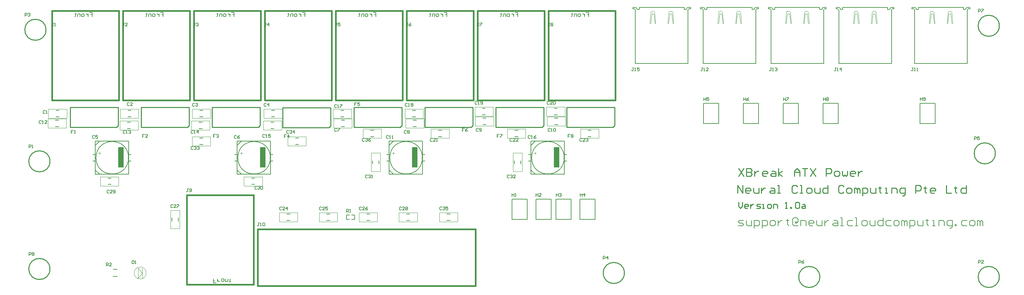
<source format=gto>
G04 Layer_Color=65535*
%FSLAX44Y44*%
%MOMM*%
G71*
G01*
G75*
%ADD33C,0.1270*%
%ADD34C,0.1016*%
%ADD35C,0.2540*%
%ADD36C,0.2000*%
%ADD37C,0.0508*%
%ADD38C,0.4000*%
%ADD39C,0.1270*%
%ADD40C,0.2032*%
%ADD41C,0.2500*%
%ADD42C,0.1280*%
%ADD43R,1.4500X5.0750*%
D33*
X1926665Y1266250D02*
G03*
X1921400Y1260985I0J-5265D01*
G01*
X1927981Y1262301D02*
G03*
X1926007Y1260327I0J-1974D01*
G01*
X1793993D02*
G03*
X1792019Y1262301I-1974J0D01*
G01*
X1798600Y1260985D02*
G03*
X1793335Y1266250I-5265J0D01*
G01*
X2436665D02*
G03*
X2431400Y1260985I0J-5265D01*
G01*
X2437981Y1262301D02*
G03*
X2436007Y1260327I0J-1974D01*
G01*
X2303993D02*
G03*
X2302019Y1262301I-1974J0D01*
G01*
X2308600Y1260985D02*
G03*
X2303335Y1266250I-5265J0D01*
G01*
X2266665D02*
G03*
X2261400Y1260985I0J-5265D01*
G01*
X2267981Y1262301D02*
G03*
X2266007Y1260327I0J-1974D01*
G01*
X2133993D02*
G03*
X2132019Y1262301I-1974J0D01*
G01*
X2138600Y1260985D02*
G03*
X2133335Y1266250I-5265J0D01*
G01*
X2096665D02*
G03*
X2091400Y1260985I0J-5265D01*
G01*
X2097981Y1262301D02*
G03*
X2096007Y1260327I0J-1974D01*
G01*
X1963993D02*
G03*
X1962019Y1262301I-1974J0D01*
G01*
X1968600Y1260985D02*
G03*
X1963335Y1266250I-5265J0D01*
G01*
X2626665D02*
G03*
X2621400Y1260985I0J-5265D01*
G01*
X2627981Y1262301D02*
G03*
X2626007Y1260327I0J-1974D01*
G01*
X2493993D02*
G03*
X2492019Y1262301I-1974J0D01*
G01*
X2498600Y1260985D02*
G03*
X2493335Y1266250I-5265J0D01*
G01*
X1615551Y889000D02*
G03*
X1615550Y889250I-40751J0D01*
G01*
X1615551Y889000D02*
G03*
X1615551Y889000I-40751J0D01*
G01*
X1259951D02*
G03*
X1259950Y889250I-40751J0D01*
G01*
X1259951Y889000D02*
G03*
X1259951Y889000I-40751J0D01*
G01*
X878951D02*
G03*
X878950Y889250I-40751J0D01*
G01*
X878951Y889000D02*
G03*
X878951Y889000I-40751J0D01*
G01*
X523351D02*
G03*
X523350Y889250I-40751J0D01*
G01*
X523351Y889000D02*
G03*
X523351Y889000I-40751J0D01*
G01*
X1926665Y1266250D02*
X1932500D01*
X1916400Y1260984D02*
X1921400D01*
X1916400D02*
Y1266300D01*
X1927981Y1262300D02*
X1932500D01*
Y1266250D01*
X1925999Y1125300D02*
Y1260327D01*
X1793999Y1125300D02*
Y1260327D01*
X1787500Y1262300D02*
Y1266250D01*
Y1262300D02*
X1792019D01*
X1803600Y1260984D02*
Y1266300D01*
X1798600Y1260984D02*
X1803600D01*
X1787500Y1266250D02*
X1793335D01*
X1803600Y1266300D02*
X1916400D01*
X1793999Y1125300D02*
X1925999D01*
X2436665Y1266250D02*
X2442500D01*
X2426400Y1260984D02*
X2431400D01*
X2426400D02*
Y1266300D01*
X2437981Y1262300D02*
X2442500D01*
Y1266250D01*
X2435999Y1125300D02*
Y1260327D01*
X2303999Y1125300D02*
Y1260327D01*
X2297500Y1262300D02*
Y1266250D01*
Y1262300D02*
X2302019D01*
X2313600Y1260984D02*
Y1266300D01*
X2308600Y1260984D02*
X2313600D01*
X2297500Y1266250D02*
X2303335D01*
X2313600Y1266300D02*
X2426400D01*
X2303999Y1125300D02*
X2435999D01*
X2266665Y1266250D02*
X2272500D01*
X2256400Y1260984D02*
X2261400D01*
X2256400D02*
Y1266300D01*
X2267981Y1262300D02*
X2272500D01*
Y1266250D01*
X2265999Y1125300D02*
Y1260327D01*
X2133999Y1125300D02*
Y1260327D01*
X2127500Y1262300D02*
Y1266250D01*
Y1262300D02*
X2132019D01*
X2143600Y1260984D02*
Y1266300D01*
X2138600Y1260984D02*
X2143600D01*
X2127500Y1266250D02*
X2133335D01*
X2143600Y1266300D02*
X2256400D01*
X2133999Y1125300D02*
X2265999D01*
X2096665Y1266250D02*
X2102500D01*
X2086400Y1260984D02*
X2091400D01*
X2086400D02*
Y1266300D01*
X2097981Y1262300D02*
X2102500D01*
Y1266250D01*
X2095999Y1125300D02*
Y1260327D01*
X1963999Y1125300D02*
Y1260327D01*
X1957500Y1262300D02*
Y1266250D01*
Y1262300D02*
X1962019D01*
X1973600Y1260984D02*
Y1266300D01*
X1968600Y1260984D02*
X1973600D01*
X1957500Y1266250D02*
X1963335D01*
X1973600Y1266300D02*
X2086400D01*
X1963999Y1125300D02*
X2095999D01*
X2626665Y1266250D02*
X2632500D01*
X2616400Y1260984D02*
X2621400D01*
X2616400D02*
Y1266300D01*
X2627981Y1262300D02*
X2632500D01*
Y1266250D01*
X2625999Y1125300D02*
Y1260327D01*
X2493999Y1125300D02*
Y1260327D01*
X2487500Y1262300D02*
Y1266250D01*
Y1262300D02*
X2492019D01*
X2503600Y1260984D02*
Y1266300D01*
X2498600Y1260984D02*
X2503600D01*
X2487500Y1266250D02*
X2493335D01*
X2503600Y1266300D02*
X2616400D01*
X2493999Y1125300D02*
X2625999D01*
X485174Y608890D02*
X494826D01*
X484920Y591110D02*
X495080D01*
X1069500Y734500D02*
X1077500D01*
X1082500D02*
X1090500D01*
Y745500D01*
X1082500D02*
X1090500D01*
X1069500D02*
X1077500D01*
X1069500Y734500D02*
Y745500D01*
X2507300Y974600D02*
X2545400D01*
X2507300D02*
Y1025400D01*
X2545400D01*
Y974600D02*
Y1025400D01*
X2264600D02*
X2302700D01*
Y974600D02*
Y1025400D01*
X2264600Y974600D02*
X2302700D01*
X2264600D02*
Y1025400D01*
X2164600D02*
X2202700D01*
Y974600D02*
Y1025400D01*
X2164600Y974600D02*
X2202700D01*
X2164600D02*
Y1025400D01*
X2064600D02*
X2102700D01*
Y974600D02*
Y1025400D01*
X2064600Y974600D02*
X2102700D01*
X2064600D02*
Y1025400D01*
X1964600D02*
X2002700D01*
Y974600D02*
Y1025400D01*
X1964600Y974600D02*
X2002700D01*
X1964600D02*
Y1025400D01*
X1654600Y785400D02*
X1692700D01*
Y734600D02*
Y785400D01*
X1654600Y734600D02*
X1692700D01*
X1654600D02*
Y785400D01*
X1594600D02*
X1632700D01*
Y734600D02*
Y785400D01*
X1594600Y734600D02*
X1632700D01*
X1594600D02*
Y785400D01*
X1544600D02*
X1582700D01*
Y734600D02*
Y785400D01*
X1544600Y734600D02*
X1582700D01*
X1544600D02*
Y785400D01*
X1484600D02*
X1522700D01*
Y734600D02*
Y785400D01*
X1484600Y734600D02*
X1522700D01*
X1484600D02*
Y785400D01*
X1615550Y889250D02*
Y930500D01*
X1532550D02*
X1615550D01*
X1532550Y889000D02*
Y930500D01*
Y889000D02*
Y922000D01*
X1532800Y920500D02*
X1542800Y930500D01*
X1532550Y889000D02*
Y915500D01*
X1615550Y847500D02*
Y888750D01*
X1532550Y847500D02*
X1615550D01*
X1532550D02*
Y889000D01*
Y856000D02*
Y889000D01*
X1526050Y896750D02*
X1532550D01*
X1532800Y857500D02*
X1542800Y847500D01*
X1532550Y862500D02*
Y889000D01*
X1526050Y881250D02*
X1532550D01*
X1615550Y896750D02*
X1622300D01*
X1615550Y881250D02*
X1622300D01*
X1259950Y889250D02*
Y930500D01*
X1176950D02*
X1259950D01*
X1176950Y889000D02*
Y930500D01*
Y889000D02*
Y922000D01*
X1177200Y920500D02*
X1187200Y930500D01*
X1176950Y889000D02*
Y915500D01*
X1259950Y847500D02*
Y888750D01*
X1176950Y847500D02*
X1259950D01*
X1176950D02*
Y889000D01*
Y856000D02*
Y889000D01*
X1170450Y896750D02*
X1176950D01*
X1177200Y857500D02*
X1187200Y847500D01*
X1176950Y862500D02*
Y889000D01*
X1170450Y881250D02*
X1176950D01*
X1259950Y896750D02*
X1266700D01*
X1259950Y881250D02*
X1266700D01*
X878950Y889250D02*
Y930500D01*
X795950D02*
X878950D01*
X795950Y889000D02*
Y930500D01*
Y889000D02*
Y922000D01*
X796200Y920500D02*
X806200Y930500D01*
X795950Y889000D02*
Y915500D01*
X878950Y847500D02*
Y888750D01*
X795950Y847500D02*
X878950D01*
X795950D02*
Y889000D01*
Y856000D02*
Y889000D01*
X789450Y896750D02*
X795950D01*
X796200Y857500D02*
X806200Y847500D01*
X795950Y862500D02*
Y889000D01*
X789450Y881250D02*
X795950D01*
X878950Y896750D02*
X885700D01*
X878950Y881250D02*
X885700D01*
X523350Y889250D02*
Y930500D01*
X440350D02*
X523350D01*
X440350Y889000D02*
Y930500D01*
Y889000D02*
Y922000D01*
X440600Y920500D02*
X450600Y930500D01*
X440350Y889000D02*
Y915500D01*
X523350Y847500D02*
Y888750D01*
X440350Y847500D02*
X523350D01*
X440350D02*
Y889000D01*
Y856000D02*
Y889000D01*
X433850Y896750D02*
X440350D01*
X440600Y857500D02*
X450600Y847500D01*
X440350Y862500D02*
Y889000D01*
X433850Y881250D02*
X440350D01*
X523350Y896750D02*
X530100D01*
X523350Y881250D02*
X530100D01*
X1789678Y1114618D02*
X1787139D01*
X1788409D01*
Y1108270D01*
X1787139Y1107000D01*
X1785870D01*
X1784600Y1108270D01*
X1792218Y1107000D02*
X1794757D01*
X1793487D01*
Y1114618D01*
X1792218Y1113348D01*
X1803644Y1114618D02*
X1798566D01*
Y1110809D01*
X1801105Y1112078D01*
X1802374D01*
X1803644Y1110809D01*
Y1108270D01*
X1802374Y1107000D01*
X1799835D01*
X1798566Y1108270D01*
X2297478Y1114618D02*
X2294939D01*
X2296209D01*
Y1108270D01*
X2294939Y1107000D01*
X2293670D01*
X2292400Y1108270D01*
X2300018Y1107000D02*
X2302557D01*
X2301287D01*
Y1114618D01*
X2300018Y1113348D01*
X2310174Y1107000D02*
Y1114618D01*
X2306366Y1110809D01*
X2311444D01*
X2135278Y1114618D02*
X2132739D01*
X2134009D01*
Y1108270D01*
X2132739Y1107000D01*
X2131470D01*
X2130200Y1108270D01*
X2137818Y1107000D02*
X2140357D01*
X2139087D01*
Y1114618D01*
X2137818Y1113348D01*
X2144165D02*
X2145435Y1114618D01*
X2147974D01*
X2149244Y1113348D01*
Y1112078D01*
X2147974Y1110809D01*
X2146705D01*
X2147974D01*
X2149244Y1109539D01*
Y1108270D01*
X2147974Y1107000D01*
X2145435D01*
X2144165Y1108270D01*
X1963078Y1114618D02*
X1960539D01*
X1961809D01*
Y1108270D01*
X1960539Y1107000D01*
X1959270D01*
X1958000Y1108270D01*
X1965618Y1107000D02*
X1968157D01*
X1966887D01*
Y1114618D01*
X1965618Y1113348D01*
X1977044Y1107000D02*
X1971965D01*
X1977044Y1112078D01*
Y1113348D01*
X1975774Y1114618D01*
X1973235D01*
X1971965Y1113348D01*
X2490878Y1114618D02*
X2488339D01*
X2489609D01*
Y1108270D01*
X2488339Y1107000D01*
X2487070D01*
X2485800Y1108270D01*
X2493418Y1107000D02*
X2495957D01*
X2494687D01*
Y1114618D01*
X2493418Y1113348D01*
X2499765Y1107000D02*
X2502305D01*
X2501035D01*
Y1114618D01*
X2499765Y1113348D01*
X1580078Y961348D02*
X1578809Y962617D01*
X1576270D01*
X1575000Y961348D01*
Y956270D01*
X1576270Y955000D01*
X1578809D01*
X1580078Y956270D01*
X1582617Y955000D02*
X1585157D01*
X1583887D01*
Y962617D01*
X1582617Y961348D01*
X1588965D02*
X1590235Y962617D01*
X1592774D01*
X1594044Y961348D01*
Y956270D01*
X1592774Y955000D01*
X1590235D01*
X1588965Y956270D01*
Y961348D01*
X1400078D02*
X1398809Y962617D01*
X1396270D01*
X1395000Y961348D01*
Y956270D01*
X1396270Y955000D01*
X1398809D01*
X1400078Y956270D01*
X1402617D02*
X1403887Y955000D01*
X1406426D01*
X1407696Y956270D01*
Y961348D01*
X1406426Y962617D01*
X1403887D01*
X1402617Y961348D01*
Y960078D01*
X1403887Y958809D01*
X1407696D01*
X1220078Y956348D02*
X1218809Y957617D01*
X1216270D01*
X1215000Y956348D01*
Y951270D01*
X1216270Y950000D01*
X1218809D01*
X1220078Y951270D01*
X1222617Y956348D02*
X1223887Y957617D01*
X1226426D01*
X1227696Y956348D01*
Y955078D01*
X1226426Y953809D01*
X1227696Y952539D01*
Y951270D01*
X1226426Y950000D01*
X1223887D01*
X1222617Y951270D01*
Y952539D01*
X1223887Y953809D01*
X1222617Y955078D01*
Y956348D01*
X1223887Y953809D02*
X1226426D01*
X1045078Y961348D02*
X1043809Y962617D01*
X1041270D01*
X1040000Y961348D01*
Y956270D01*
X1041270Y955000D01*
X1043809D01*
X1045078Y956270D01*
X1047617Y962617D02*
X1052696D01*
Y961348D01*
X1047617Y956270D01*
Y955000D01*
X1045078Y1021348D02*
X1043809Y1022617D01*
X1041270D01*
X1040000Y1021348D01*
Y1016270D01*
X1041270Y1015000D01*
X1043809D01*
X1045078Y1016270D01*
X1047617Y1015000D02*
X1050157D01*
X1048887D01*
Y1022617D01*
X1047617Y1021348D01*
X1053966Y1022617D02*
X1059044D01*
Y1021348D01*
X1053966Y1016270D01*
Y1015000D01*
X865078Y946348D02*
X863809Y947617D01*
X861270D01*
X860000Y946348D01*
Y941270D01*
X861270Y940000D01*
X863809D01*
X865078Y941270D01*
X867617Y940000D02*
X870157D01*
X868887D01*
Y947617D01*
X867617Y946348D01*
X879044Y947617D02*
X873966D01*
Y943809D01*
X876505Y945078D01*
X877774D01*
X879044Y943809D01*
Y941270D01*
X877774Y940000D01*
X875235D01*
X873966Y941270D01*
X685078Y956348D02*
X683809Y957617D01*
X681270D01*
X680000Y956348D01*
Y951270D01*
X681270Y950000D01*
X683809D01*
X685078Y951270D01*
X687617Y950000D02*
X690157D01*
X688887D01*
Y957617D01*
X687617Y956348D01*
X697774Y950000D02*
Y957617D01*
X693966Y953809D01*
X699044D01*
X515078Y956348D02*
X513809Y957617D01*
X511270D01*
X510000Y956348D01*
Y951270D01*
X511270Y950000D01*
X513809D01*
X515078Y951270D01*
X517617Y950000D02*
X520157D01*
X518887D01*
Y957617D01*
X517617Y956348D01*
X523965D02*
X525235Y957617D01*
X527774D01*
X529044Y956348D01*
Y955078D01*
X527774Y953809D01*
X526505D01*
X527774D01*
X529044Y952539D01*
Y951270D01*
X527774Y950000D01*
X525235D01*
X523965Y951270D01*
X304878Y980748D02*
X303609Y982018D01*
X301070D01*
X299800Y980748D01*
Y975670D01*
X301070Y974400D01*
X303609D01*
X304878Y975670D01*
X307418Y974400D02*
X309957D01*
X308687D01*
Y982018D01*
X307418Y980748D01*
X318844Y974400D02*
X313766D01*
X318844Y979478D01*
Y980748D01*
X317574Y982018D01*
X315035D01*
X313766Y980748D01*
X1660078Y936348D02*
X1658809Y937617D01*
X1656270D01*
X1655000Y936348D01*
Y931270D01*
X1656270Y930000D01*
X1658809D01*
X1660078Y931270D01*
X1667696Y930000D02*
X1662617D01*
X1667696Y935078D01*
Y936348D01*
X1666426Y937617D01*
X1663887D01*
X1662617Y936348D01*
X1670235D02*
X1671505Y937617D01*
X1674044D01*
X1675313Y936348D01*
Y935078D01*
X1674044Y933809D01*
X1672774D01*
X1674044D01*
X1675313Y932539D01*
Y931270D01*
X1674044Y930000D01*
X1671505D01*
X1670235Y931270D01*
X1485078Y936348D02*
X1483809Y937617D01*
X1481270D01*
X1480000Y936348D01*
Y931270D01*
X1481270Y930000D01*
X1483809D01*
X1485078Y931270D01*
X1492696Y930000D02*
X1487617D01*
X1492696Y935078D01*
Y936348D01*
X1491426Y937617D01*
X1488887D01*
X1487617Y936348D01*
X1500313Y930000D02*
X1495235D01*
X1500313Y935078D01*
Y936348D01*
X1499044Y937617D01*
X1496505D01*
X1495235Y936348D01*
X1285078D02*
X1283809Y937617D01*
X1281270D01*
X1280000Y936348D01*
Y931270D01*
X1281270Y930000D01*
X1283809D01*
X1285078Y931270D01*
X1292696Y930000D02*
X1287617D01*
X1292696Y935078D01*
Y936348D01*
X1291426Y937617D01*
X1288887D01*
X1287617Y936348D01*
X1295235Y930000D02*
X1297774D01*
X1296505D01*
Y937617D01*
X1295235Y936348D01*
X1115078D02*
X1113809Y937617D01*
X1111270D01*
X1110000Y936348D01*
Y931270D01*
X1111270Y930000D01*
X1113809D01*
X1115078Y931270D01*
X1117617Y936348D02*
X1118887Y937617D01*
X1121426D01*
X1122696Y936348D01*
Y935078D01*
X1121426Y933809D01*
X1120157D01*
X1121426D01*
X1122696Y932539D01*
Y931270D01*
X1121426Y930000D01*
X1118887D01*
X1117617Y931270D01*
X1130313Y937617D02*
X1127774Y936348D01*
X1125235Y933809D01*
Y931270D01*
X1126505Y930000D01*
X1129044D01*
X1130313Y931270D01*
Y932539D01*
X1129044Y933809D01*
X1125235D01*
X925078Y956348D02*
X923809Y957617D01*
X921270D01*
X920000Y956348D01*
Y951270D01*
X921270Y950000D01*
X923809D01*
X925078Y951270D01*
X927618Y956348D02*
X928887Y957617D01*
X931426D01*
X932696Y956348D01*
Y955078D01*
X931426Y953809D01*
X930157D01*
X931426D01*
X932696Y952539D01*
Y951270D01*
X931426Y950000D01*
X928887D01*
X927618Y951270D01*
X939044Y950000D02*
Y957617D01*
X935235Y953809D01*
X940313D01*
X685078Y916348D02*
X683809Y917617D01*
X681270D01*
X680000Y916348D01*
Y911270D01*
X681270Y910000D01*
X683809D01*
X685078Y911270D01*
X687617Y916348D02*
X688887Y917617D01*
X691426D01*
X692696Y916348D01*
Y915078D01*
X691426Y913809D01*
X690157D01*
X691426D01*
X692696Y912539D01*
Y911270D01*
X691426Y910000D01*
X688887D01*
X687617Y911270D01*
X695235Y916348D02*
X696505Y917617D01*
X699044D01*
X700313Y916348D01*
Y915078D01*
X699044Y913809D01*
X697774D01*
X699044D01*
X700313Y912539D01*
Y911270D01*
X699044Y910000D01*
X696505D01*
X695235Y911270D01*
X1478278Y844548D02*
X1477009Y845817D01*
X1474470D01*
X1473200Y844548D01*
Y839470D01*
X1474470Y838200D01*
X1477009D01*
X1478278Y839470D01*
X1480818Y844548D02*
X1482087Y845817D01*
X1484626D01*
X1485896Y844548D01*
Y843278D01*
X1484626Y842009D01*
X1483357D01*
X1484626D01*
X1485896Y840739D01*
Y839470D01*
X1484626Y838200D01*
X1482087D01*
X1480818Y839470D01*
X1493513Y838200D02*
X1488435D01*
X1493513Y843278D01*
Y844548D01*
X1492244Y845817D01*
X1489705D01*
X1488435Y844548D01*
X1122678D02*
X1121409Y845817D01*
X1118870D01*
X1117600Y844548D01*
Y839470D01*
X1118870Y838200D01*
X1121409D01*
X1122678Y839470D01*
X1125218Y844548D02*
X1126487Y845817D01*
X1129026D01*
X1130296Y844548D01*
Y843278D01*
X1129026Y842009D01*
X1127757D01*
X1129026D01*
X1130296Y840739D01*
Y839470D01*
X1129026Y838200D01*
X1126487D01*
X1125218Y839470D01*
X1132835Y838200D02*
X1135374D01*
X1134105D01*
Y845817D01*
X1132835Y844548D01*
X845078Y816348D02*
X843809Y817617D01*
X841270D01*
X840000Y816348D01*
Y811270D01*
X841270Y810000D01*
X843809D01*
X845078Y811270D01*
X847617Y816348D02*
X848887Y817617D01*
X851426D01*
X852696Y816348D01*
Y815078D01*
X851426Y813809D01*
X850157D01*
X851426D01*
X852696Y812539D01*
Y811270D01*
X851426Y810000D01*
X848887D01*
X847617Y811270D01*
X855235Y816348D02*
X856505Y817617D01*
X859044D01*
X860313Y816348D01*
Y811270D01*
X859044Y810000D01*
X856505D01*
X855235Y811270D01*
Y816348D01*
X475078Y806348D02*
X473809Y807617D01*
X471270D01*
X470000Y806348D01*
Y801270D01*
X471270Y800000D01*
X473809D01*
X475078Y801270D01*
X482696Y800000D02*
X477617D01*
X482696Y805078D01*
Y806348D01*
X481426Y807617D01*
X478887D01*
X477617Y806348D01*
X485235Y801270D02*
X486505Y800000D01*
X489044D01*
X490313Y801270D01*
Y806348D01*
X489044Y807617D01*
X486505D01*
X485235Y806348D01*
Y805078D01*
X486505Y803809D01*
X490313D01*
X1207458Y764382D02*
X1206189Y765651D01*
X1203650D01*
X1202380Y764382D01*
Y759304D01*
X1203650Y758034D01*
X1206189D01*
X1207458Y759304D01*
X1215076Y758034D02*
X1209997D01*
X1215076Y763112D01*
Y764382D01*
X1213806Y765651D01*
X1211267D01*
X1209997Y764382D01*
X1217615D02*
X1218885Y765651D01*
X1221424D01*
X1222693Y764382D01*
Y763112D01*
X1221424Y761843D01*
X1222693Y760573D01*
Y759304D01*
X1221424Y758034D01*
X1218885D01*
X1217615Y759304D01*
Y760573D01*
X1218885Y761843D01*
X1217615Y763112D01*
Y764382D01*
X1218885Y761843D02*
X1221424D01*
X1577458Y1029382D02*
X1576189Y1030651D01*
X1573650D01*
X1572380Y1029382D01*
Y1024304D01*
X1573650Y1023034D01*
X1576189D01*
X1577458Y1024304D01*
X1585076Y1023034D02*
X1579998D01*
X1585076Y1028112D01*
Y1029382D01*
X1583806Y1030651D01*
X1581267D01*
X1579998Y1029382D01*
X1587615D02*
X1588885Y1030651D01*
X1591424D01*
X1592693Y1029382D01*
Y1024304D01*
X1591424Y1023034D01*
X1588885D01*
X1587615Y1024304D01*
Y1029382D01*
X1308700Y764538D02*
X1307431Y765807D01*
X1304892D01*
X1303622Y764538D01*
Y759460D01*
X1304892Y758190D01*
X1307431D01*
X1308700Y759460D01*
X1311239Y764538D02*
X1312509Y765807D01*
X1315048D01*
X1316318Y764538D01*
Y763268D01*
X1315048Y761999D01*
X1313779D01*
X1315048D01*
X1316318Y760729D01*
Y759460D01*
X1315048Y758190D01*
X1312509D01*
X1311239Y759460D01*
X1323935Y765807D02*
X1318857D01*
Y761999D01*
X1321396Y763268D01*
X1322666D01*
X1323935Y761999D01*
Y759460D01*
X1322666Y758190D01*
X1320127D01*
X1318857Y759460D01*
X634664Y770290D02*
X633395Y771560D01*
X630856D01*
X629586Y770290D01*
Y765212D01*
X630856Y763942D01*
X633395D01*
X634664Y765212D01*
X642282Y763942D02*
X637203D01*
X642282Y769020D01*
Y770290D01*
X641012Y771560D01*
X638473D01*
X637203Y770290D01*
X644821Y771560D02*
X649899D01*
Y770290D01*
X644821Y765212D01*
Y763942D01*
X1397458Y1029382D02*
X1396189Y1030651D01*
X1393650D01*
X1392380Y1029382D01*
Y1024304D01*
X1393650Y1023034D01*
X1396189D01*
X1397458Y1024304D01*
X1399998Y1023034D02*
X1402537D01*
X1401267D01*
Y1030651D01*
X1399998Y1029382D01*
X1406346Y1024304D02*
X1407615Y1023034D01*
X1410154D01*
X1411424Y1024304D01*
Y1029382D01*
X1410154Y1030651D01*
X1407615D01*
X1406346Y1029382D01*
Y1028112D01*
X1407615Y1026843D01*
X1411424D01*
X1107458Y764382D02*
X1106189Y765651D01*
X1103650D01*
X1102380Y764382D01*
Y759304D01*
X1103650Y758034D01*
X1106189D01*
X1107458Y759304D01*
X1115076Y758034D02*
X1109997D01*
X1115076Y763112D01*
Y764382D01*
X1113806Y765651D01*
X1111267D01*
X1109997Y764382D01*
X1122693Y765651D02*
X1120154Y764382D01*
X1117615Y761843D01*
Y759304D01*
X1118885Y758034D01*
X1121424D01*
X1122693Y759304D01*
Y760573D01*
X1121424Y761843D01*
X1117615D01*
X1222458Y1024382D02*
X1221189Y1025651D01*
X1218650D01*
X1217380Y1024382D01*
Y1019304D01*
X1218650Y1018034D01*
X1221189D01*
X1222458Y1019304D01*
X1224997Y1018034D02*
X1227537D01*
X1226267D01*
Y1025651D01*
X1224997Y1024382D01*
X1231346D02*
X1232615Y1025651D01*
X1235154D01*
X1236424Y1024382D01*
Y1023112D01*
X1235154Y1021843D01*
X1236424Y1020573D01*
Y1019304D01*
X1235154Y1018034D01*
X1232615D01*
X1231346Y1019304D01*
Y1020573D01*
X1232615Y1021843D01*
X1231346Y1023112D01*
Y1024382D01*
X1232615Y1021843D02*
X1235154D01*
X1007458Y764382D02*
X1006189Y765651D01*
X1003650D01*
X1002380Y764382D01*
Y759304D01*
X1003650Y758034D01*
X1006189D01*
X1007458Y759304D01*
X1015076Y758034D02*
X1009997D01*
X1015076Y763112D01*
Y764382D01*
X1013806Y765651D01*
X1011267D01*
X1009997Y764382D01*
X1022693Y765651D02*
X1017615D01*
Y761843D01*
X1020154Y763112D01*
X1021424D01*
X1022693Y761843D01*
Y759304D01*
X1021424Y758034D01*
X1018885D01*
X1017615Y759304D01*
X907458Y764382D02*
X906189Y765651D01*
X903650D01*
X902380Y764382D01*
Y759304D01*
X903650Y758034D01*
X906189D01*
X907458Y759304D01*
X915076Y758034D02*
X909997D01*
X915076Y763112D01*
Y764382D01*
X913806Y765651D01*
X911267D01*
X909997Y764382D01*
X921424Y758034D02*
Y765651D01*
X917615Y761843D01*
X922693D01*
X868706Y1024380D02*
X867437Y1025649D01*
X864898D01*
X863628Y1024380D01*
Y1019302D01*
X864898Y1018032D01*
X867437D01*
X868706Y1019302D01*
X875054Y1018032D02*
Y1025649D01*
X871245Y1021841D01*
X876324D01*
X688874Y1024380D02*
X687605Y1025649D01*
X685066D01*
X683796Y1024380D01*
Y1019302D01*
X685066Y1018032D01*
X687605D01*
X688874Y1019302D01*
X691414Y1024380D02*
X692683Y1025649D01*
X695222D01*
X696492Y1024380D01*
Y1023110D01*
X695222Y1021841D01*
X693953D01*
X695222D01*
X696492Y1020571D01*
Y1019302D01*
X695222Y1018032D01*
X692683D01*
X691414Y1019302D01*
X525078Y1026348D02*
X523809Y1027617D01*
X521270D01*
X520000Y1026348D01*
Y1021270D01*
X521270Y1020000D01*
X523809D01*
X525078Y1021270D01*
X532696Y1020000D02*
X527617D01*
X532696Y1025078D01*
Y1026348D01*
X531426Y1027617D01*
X528887D01*
X527617Y1026348D01*
X314278Y1006348D02*
X313009Y1007617D01*
X310470D01*
X309200Y1006348D01*
Y1001270D01*
X310470Y1000000D01*
X313009D01*
X314278Y1001270D01*
X316817Y1000000D02*
X319357D01*
X318087D01*
Y1007617D01*
X316817Y1006348D01*
X273584Y644036D02*
Y651654D01*
X277393D01*
X278662Y650384D01*
Y647845D01*
X277393Y646575D01*
X273584D01*
X281201Y650384D02*
X282471Y651654D01*
X285010D01*
X286280Y650384D01*
Y649114D01*
X285010Y647845D01*
X286280Y646575D01*
Y645306D01*
X285010Y644036D01*
X282471D01*
X281201Y645306D01*
Y646575D01*
X282471Y647845D01*
X281201Y649114D01*
Y650384D01*
X282471Y647845D02*
X285010D01*
X2653584Y1254036D02*
Y1261654D01*
X2657393D01*
X2658662Y1260384D01*
Y1257845D01*
X2657393Y1256575D01*
X2653584D01*
X2661201Y1261654D02*
X2666280D01*
Y1260384D01*
X2661201Y1255306D01*
Y1254036D01*
X2203584Y624036D02*
Y631654D01*
X2207393D01*
X2208662Y630384D01*
Y627845D01*
X2207393Y626575D01*
X2203584D01*
X2216280Y631654D02*
X2213741Y630384D01*
X2211201Y627845D01*
Y625306D01*
X2212471Y624036D01*
X2215010D01*
X2216280Y625306D01*
Y626575D01*
X2215010Y627845D01*
X2211201D01*
X2643584Y934036D02*
Y941654D01*
X2647393D01*
X2648662Y940384D01*
Y937845D01*
X2647393Y936575D01*
X2643584D01*
X2656280Y941654D02*
X2651201D01*
Y937845D01*
X2653741Y939114D01*
X2655010D01*
X2656280Y937845D01*
Y935306D01*
X2655010Y934036D01*
X2652471D01*
X2651201Y935306D01*
X1713584Y634036D02*
Y641654D01*
X1717393D01*
X1718662Y640384D01*
Y637845D01*
X1717393Y636575D01*
X1713584D01*
X1725010Y634036D02*
Y641654D01*
X1721201Y637845D01*
X1726280D01*
X263584Y1244036D02*
Y1251654D01*
X267393D01*
X268662Y1250384D01*
Y1247845D01*
X267393Y1246575D01*
X263584D01*
X271201Y1250384D02*
X272471Y1251654D01*
X275010D01*
X276280Y1250384D01*
Y1249114D01*
X275010Y1247845D01*
X273741D01*
X275010D01*
X276280Y1246575D01*
Y1245306D01*
X275010Y1244036D01*
X272471D01*
X271201Y1245306D01*
X2653584Y624036D02*
Y631654D01*
X2657393D01*
X2658662Y630384D01*
Y627845D01*
X2657393Y626575D01*
X2653584D01*
X2666280Y624036D02*
X2661201D01*
X2666280Y629114D01*
Y630384D01*
X2665010Y631654D01*
X2662471D01*
X2661201Y630384D01*
X273584Y914036D02*
Y921654D01*
X277393D01*
X278662Y920384D01*
Y917845D01*
X277393Y916575D01*
X273584D01*
X281201Y914036D02*
X283741D01*
X282471D01*
Y921654D01*
X281201Y920384D01*
X851406Y725676D02*
X848867D01*
X850137D01*
Y719328D01*
X848867Y718058D01*
X847598D01*
X846328Y719328D01*
X853945Y718058D02*
X856485D01*
X855215D01*
Y725676D01*
X853945Y724406D01*
X860294D02*
X861563Y725676D01*
X864102D01*
X865372Y724406D01*
Y719328D01*
X864102Y718058D01*
X861563D01*
X860294Y719328D01*
Y724406D01*
X673606Y811273D02*
X671067D01*
X672337D01*
Y804926D01*
X671067Y803656D01*
X669798D01*
X668528Y804926D01*
X676145D02*
X677415Y803656D01*
X679954D01*
X681224Y804926D01*
Y810004D01*
X679954Y811273D01*
X677415D01*
X676145Y810004D01*
Y808734D01*
X677415Y807465D01*
X681224D01*
X1579878Y1226817D02*
X1577339D01*
X1578609D01*
Y1220470D01*
X1577339Y1219200D01*
X1576070D01*
X1574800Y1220470D01*
X1582417Y1225548D02*
X1583687Y1226817D01*
X1586226D01*
X1587496Y1225548D01*
Y1224278D01*
X1586226Y1223009D01*
X1587496Y1221739D01*
Y1220470D01*
X1586226Y1219200D01*
X1583687D01*
X1582417Y1220470D01*
Y1221739D01*
X1583687Y1223009D01*
X1582417Y1224278D01*
Y1225548D01*
X1583687Y1223009D02*
X1586226D01*
X1402078Y1226817D02*
X1399539D01*
X1400809D01*
Y1220470D01*
X1399539Y1219200D01*
X1398270D01*
X1397000Y1220470D01*
X1404617Y1226817D02*
X1409696D01*
Y1225548D01*
X1404617Y1220470D01*
Y1219200D01*
X1224278Y1226817D02*
X1221739D01*
X1223009D01*
Y1220470D01*
X1221739Y1219200D01*
X1220470D01*
X1219200Y1220470D01*
X1231896Y1226817D02*
X1229357Y1225548D01*
X1226817Y1223009D01*
Y1220470D01*
X1228087Y1219200D01*
X1230626D01*
X1231896Y1220470D01*
Y1221739D01*
X1230626Y1223009D01*
X1226817D01*
X1046478Y1226817D02*
X1043939D01*
X1045209D01*
Y1220470D01*
X1043939Y1219200D01*
X1042670D01*
X1041400Y1220470D01*
X1054096Y1226817D02*
X1049017D01*
Y1223009D01*
X1051557Y1224278D01*
X1052826D01*
X1054096Y1223009D01*
Y1220470D01*
X1052826Y1219200D01*
X1050287D01*
X1049017Y1220470D01*
X868678Y1226817D02*
X866139D01*
X867409D01*
Y1220470D01*
X866139Y1219200D01*
X864870D01*
X863600Y1220470D01*
X875026Y1219200D02*
Y1226817D01*
X871217Y1223009D01*
X876296D01*
X690878Y1226817D02*
X688339D01*
X689609D01*
Y1220470D01*
X688339Y1219200D01*
X687070D01*
X685800Y1220470D01*
X693418Y1225548D02*
X694687Y1226817D01*
X697226D01*
X698496Y1225548D01*
Y1224278D01*
X697226Y1223009D01*
X695957D01*
X697226D01*
X698496Y1221739D01*
Y1220470D01*
X697226Y1219200D01*
X694687D01*
X693418Y1220470D01*
X513078Y1226817D02*
X510539D01*
X511809D01*
Y1220470D01*
X510539Y1219200D01*
X509270D01*
X508000Y1220470D01*
X520696Y1219200D02*
X515617D01*
X520696Y1224278D01*
Y1225548D01*
X519426Y1226817D01*
X516887D01*
X515617Y1225548D01*
X335278Y1226817D02*
X332739D01*
X334009D01*
Y1220470D01*
X332739Y1219200D01*
X331470D01*
X330200Y1220470D01*
X337817Y1219200D02*
X340357D01*
X339087D01*
Y1226817D01*
X337817Y1225548D01*
X467648Y617780D02*
Y625397D01*
X471457D01*
X472726Y624128D01*
Y621589D01*
X471457Y620319D01*
X467648D01*
X470187D02*
X472726Y617780D01*
X480344D02*
X475266D01*
X480344Y622858D01*
Y624128D01*
X479074Y625397D01*
X476535D01*
X475266Y624128D01*
X1070036Y752536D02*
Y760154D01*
X1073845D01*
X1075114Y758884D01*
Y756345D01*
X1073845Y755075D01*
X1070036D01*
X1072575D02*
X1075114Y752536D01*
X1077654D02*
X1080193D01*
X1078923D01*
Y760154D01*
X1077654Y758884D01*
X2508056Y1040079D02*
Y1032462D01*
Y1036271D01*
X2513134D01*
Y1040079D01*
Y1032462D01*
X2515674Y1033732D02*
X2516943Y1032462D01*
X2519482D01*
X2520752Y1033732D01*
Y1038810D01*
X2519482Y1040079D01*
X2516943D01*
X2515674Y1038810D01*
Y1037540D01*
X2516943Y1036271D01*
X2520752D01*
X2265108Y1039875D02*
Y1032258D01*
Y1036067D01*
X2270186D01*
Y1039875D01*
Y1032258D01*
X2272726Y1038606D02*
X2273995Y1039875D01*
X2276534D01*
X2277804Y1038606D01*
Y1037336D01*
X2276534Y1036067D01*
X2277804Y1034797D01*
Y1033528D01*
X2276534Y1032258D01*
X2273995D01*
X2272726Y1033528D01*
Y1034797D01*
X2273995Y1036067D01*
X2272726Y1037336D01*
Y1038606D01*
X2273995Y1036067D02*
X2276534D01*
X2165108Y1039875D02*
Y1032258D01*
Y1036067D01*
X2170186D01*
Y1039875D01*
Y1032258D01*
X2172726Y1039875D02*
X2177804D01*
Y1038606D01*
X2172726Y1033528D01*
Y1032258D01*
X2065362Y1039875D02*
Y1032258D01*
Y1036067D01*
X2070440D01*
Y1039875D01*
Y1032258D01*
X2078058Y1039875D02*
X2075519Y1038606D01*
X2072979Y1036067D01*
Y1033528D01*
X2074249Y1032258D01*
X2076788D01*
X2078058Y1033528D01*
Y1034797D01*
X2076788Y1036067D01*
X2072979D01*
X1965362Y1039875D02*
Y1032258D01*
Y1036067D01*
X1970440D01*
Y1039875D01*
Y1032258D01*
X1978058Y1039875D02*
X1972979D01*
Y1036067D01*
X1975519Y1037336D01*
X1976788D01*
X1978058Y1036067D01*
Y1033528D01*
X1976788Y1032258D01*
X1974249D01*
X1972979Y1033528D01*
X1655362Y799875D02*
Y792258D01*
Y796067D01*
X1660440D01*
Y799875D01*
Y792258D01*
X1666788D02*
Y799875D01*
X1662979Y796067D01*
X1668058D01*
X1595362Y799875D02*
Y792258D01*
Y796067D01*
X1600440D01*
Y799875D01*
Y792258D01*
X1602979Y798606D02*
X1604249Y799875D01*
X1606788D01*
X1608058Y798606D01*
Y797336D01*
X1606788Y796067D01*
X1605519D01*
X1606788D01*
X1608058Y794797D01*
Y793528D01*
X1606788Y792258D01*
X1604249D01*
X1602979Y793528D01*
X1545108Y799875D02*
Y792258D01*
Y796067D01*
X1550186D01*
Y799875D01*
Y792258D01*
X1557804D02*
X1552726D01*
X1557804Y797336D01*
Y798606D01*
X1556534Y799875D01*
X1553995D01*
X1552726Y798606D01*
X1485108Y799875D02*
Y792258D01*
Y796067D01*
X1490186D01*
Y799875D01*
Y792258D01*
X1492726D02*
X1495265D01*
X1493995D01*
Y799875D01*
X1492726Y798606D01*
X1630678Y947418D02*
X1625600D01*
Y943609D01*
X1628139D01*
X1625600D01*
Y939800D01*
X1633217Y946148D02*
X1634487Y947418D01*
X1637026D01*
X1638296Y946148D01*
Y944878D01*
X1637026Y943609D01*
X1638296Y942339D01*
Y941070D01*
X1637026Y939800D01*
X1634487D01*
X1633217Y941070D01*
Y942339D01*
X1634487Y943609D01*
X1633217Y944878D01*
Y946148D01*
X1634487Y943609D02*
X1637026D01*
X1452878Y947418D02*
X1447800D01*
Y943609D01*
X1450339D01*
X1447800D01*
Y939800D01*
X1455417Y947418D02*
X1460496D01*
Y946148D01*
X1455417Y941070D01*
Y939800D01*
X1365078Y962617D02*
X1360000D01*
Y958809D01*
X1362539D01*
X1360000D01*
Y955000D01*
X1372696Y962617D02*
X1370157Y961348D01*
X1367617Y958809D01*
Y956270D01*
X1368887Y955000D01*
X1371426D01*
X1372696Y956270D01*
Y957539D01*
X1371426Y958809D01*
X1367617D01*
X1095078Y1027617D02*
X1090000D01*
Y1023809D01*
X1092539D01*
X1090000D01*
Y1020000D01*
X1102696Y1027617D02*
X1097617D01*
Y1023809D01*
X1100157Y1025078D01*
X1101426D01*
X1102696Y1023809D01*
Y1021270D01*
X1101426Y1020000D01*
X1098887D01*
X1097617Y1021270D01*
X918878Y946817D02*
X913800D01*
Y943009D01*
X916339D01*
X913800D01*
Y939200D01*
X925226D02*
Y946817D01*
X921417Y943009D01*
X926496D01*
X741678Y947418D02*
X736600D01*
Y943609D01*
X739139D01*
X736600D01*
Y939800D01*
X744218Y946148D02*
X745487Y947418D01*
X748026D01*
X749296Y946148D01*
Y944878D01*
X748026Y943609D01*
X746757D01*
X748026D01*
X749296Y942339D01*
Y941070D01*
X748026Y939800D01*
X745487D01*
X744218Y941070D01*
X563878Y947418D02*
X558800D01*
Y943609D01*
X561339D01*
X558800D01*
Y939800D01*
X571496D02*
X566418D01*
X571496Y944878D01*
Y946148D01*
X570226Y947418D01*
X567687D01*
X566418Y946148D01*
X385078Y957617D02*
X380000D01*
Y953809D01*
X382539D01*
X380000D01*
Y950000D01*
X387617D02*
X390157D01*
X388887D01*
Y957617D01*
X387617Y956348D01*
X532046Y630925D02*
Y623308D01*
X535855D01*
X537124Y624578D01*
Y629656D01*
X535855Y630925D01*
X532046D01*
X539664Y623308D02*
X542203D01*
X540933D01*
Y630925D01*
X539664Y629656D01*
X1530856Y943862D02*
X1529587Y945132D01*
X1527048D01*
X1525778Y943862D01*
Y938784D01*
X1527048Y937514D01*
X1529587D01*
X1530856Y938784D01*
X1533396Y937514D02*
X1535935D01*
X1534665D01*
Y945132D01*
X1533396Y943862D01*
X1544822Y945132D02*
X1542283Y943862D01*
X1539743Y941323D01*
Y938784D01*
X1541013Y937514D01*
X1543552D01*
X1544822Y938784D01*
Y940053D01*
X1543552Y941323D01*
X1539743D01*
X1175256Y943862D02*
X1173987Y945132D01*
X1171448D01*
X1170178Y943862D01*
Y938784D01*
X1171448Y937514D01*
X1173987D01*
X1175256Y938784D01*
X1177795Y937514D02*
X1180335D01*
X1179065D01*
Y945132D01*
X1177795Y943862D01*
X1184144Y937514D02*
X1186683D01*
X1185413D01*
Y945132D01*
X1184144Y943862D01*
X794256D02*
X792987Y945132D01*
X790448D01*
X789178Y943862D01*
Y938784D01*
X790448Y937514D01*
X792987D01*
X794256Y938784D01*
X801874Y945132D02*
X799335Y943862D01*
X796796Y941323D01*
Y938784D01*
X798065Y937514D01*
X800604D01*
X801874Y938784D01*
Y940053D01*
X800604Y941323D01*
X796796D01*
X438656Y943862D02*
X437387Y945132D01*
X434848D01*
X433578Y943862D01*
Y938784D01*
X434848Y937514D01*
X437387D01*
X438656Y938784D01*
X446274Y945132D02*
X441195D01*
Y941323D01*
X443735Y942592D01*
X445004D01*
X446274Y941323D01*
Y938784D01*
X445004Y937514D01*
X442465D01*
X441195Y938784D01*
D34*
X1842350Y1253685D02*
G03*
X1840274Y1256280I-2939J-223D01*
G01*
X1840275Y1256278D02*
G03*
X1834564Y1256278I-2855J-9311D01*
G01*
X1834563Y1256280D02*
G03*
X1832487Y1253685I863J-2818D01*
G01*
X1879726Y1256280D02*
G03*
X1877650Y1253685I863J-2818D01*
G01*
X1885439Y1256278D02*
G03*
X1879728Y1256278I-2855J-9311D01*
G01*
X1887513Y1253685D02*
G03*
X1885437Y1256280I-2939J-223D01*
G01*
X2352350Y1253685D02*
G03*
X2350274Y1256280I-2939J-223D01*
G01*
X2350275Y1256278D02*
G03*
X2344564Y1256278I-2855J-9311D01*
G01*
X2344563Y1256280D02*
G03*
X2342487Y1253685I863J-2818D01*
G01*
X2389726Y1256280D02*
G03*
X2387650Y1253685I863J-2818D01*
G01*
X2395439Y1256278D02*
G03*
X2389728Y1256278I-2855J-9311D01*
G01*
X2397513Y1253685D02*
G03*
X2395437Y1256280I-2939J-223D01*
G01*
X2182350Y1253685D02*
G03*
X2180274Y1256280I-2939J-223D01*
G01*
X2180275Y1256278D02*
G03*
X2174564Y1256278I-2855J-9311D01*
G01*
X2174563Y1256280D02*
G03*
X2172487Y1253685I863J-2818D01*
G01*
X2219726Y1256280D02*
G03*
X2217650Y1253685I863J-2818D01*
G01*
X2225439Y1256278D02*
G03*
X2219728Y1256278I-2855J-9311D01*
G01*
X2227513Y1253685D02*
G03*
X2225437Y1256280I-2939J-223D01*
G01*
X2012350Y1253685D02*
G03*
X2010274Y1256280I-2939J-223D01*
G01*
X2010275Y1256278D02*
G03*
X2004564Y1256278I-2855J-9311D01*
G01*
X2004563Y1256280D02*
G03*
X2002487Y1253685I863J-2818D01*
G01*
X2049726Y1256280D02*
G03*
X2047650Y1253685I863J-2818D01*
G01*
X2055439Y1256278D02*
G03*
X2049728Y1256278I-2855J-9311D01*
G01*
X2057513Y1253685D02*
G03*
X2055437Y1256280I-2939J-223D01*
G01*
X2542350Y1253685D02*
G03*
X2540274Y1256280I-2939J-223D01*
G01*
X2540275Y1256278D02*
G03*
X2534564Y1256278I-2855J-9311D01*
G01*
X2534563Y1256280D02*
G03*
X2532487Y1253685I863J-2818D01*
G01*
X2579726Y1256280D02*
G03*
X2577650Y1253685I863J-2818D01*
G01*
X2585439Y1256278D02*
G03*
X2579727Y1256278I-2855J-9311D01*
G01*
X2587513Y1253685D02*
G03*
X2585438Y1256280I-2939J-223D01*
G01*
X567700Y600000D02*
G03*
X567700Y600000I-15000J0D01*
G01*
X1830411Y1226170D02*
X1832487D01*
X1835082Y1250051D01*
X1840274D01*
X1842870Y1226170D01*
X1844948D01*
X1842349Y1253686D02*
X1844948Y1226170D01*
X1830411D02*
X1832487Y1253686D01*
X1887513Y1226170D02*
X1889591D01*
X1884920Y1250051D02*
X1887513Y1226170D01*
X1879725Y1250051D02*
X1884920D01*
X1877132Y1226170D02*
X1879725Y1250051D01*
X1875054Y1226170D02*
X1877132D01*
X1875054D02*
X1877650Y1253686D01*
X1887513D02*
X1889591Y1226170D01*
X2340411D02*
X2342487D01*
X2345082Y1250051D01*
X2350274D01*
X2352870Y1226170D01*
X2354948D01*
X2352349Y1253686D02*
X2354948Y1226170D01*
X2340411D02*
X2342487Y1253686D01*
X2397513Y1226170D02*
X2399591D01*
X2394920Y1250051D02*
X2397513Y1226170D01*
X2389725Y1250051D02*
X2394920D01*
X2387132Y1226170D02*
X2389725Y1250051D01*
X2385054Y1226170D02*
X2387132D01*
X2385054D02*
X2387650Y1253686D01*
X2397513D02*
X2399591Y1226170D01*
X2170412D02*
X2172487D01*
X2175083Y1250051D01*
X2180275D01*
X2182870Y1226170D01*
X2184948D01*
X2182350Y1253686D02*
X2184948Y1226170D01*
X2170412D02*
X2172487Y1253686D01*
X2227513Y1226170D02*
X2229591D01*
X2224920Y1250051D02*
X2227513Y1226170D01*
X2219726Y1250051D02*
X2224920D01*
X2217133Y1226170D02*
X2219726Y1250051D01*
X2215055Y1226170D02*
X2217133D01*
X2215055D02*
X2217651Y1253686D01*
X2227513D02*
X2229591Y1226170D01*
X2000412D02*
X2002487D01*
X2005083Y1250051D01*
X2010274D01*
X2012870Y1226170D01*
X2014948D01*
X2012350Y1253686D02*
X2014948Y1226170D01*
X2000412D02*
X2002487Y1253686D01*
X2057513Y1226170D02*
X2059591D01*
X2054920Y1250051D02*
X2057513Y1226170D01*
X2049726Y1250051D02*
X2054920D01*
X2047132Y1226170D02*
X2049726Y1250051D01*
X2045055Y1226170D02*
X2047132D01*
X2045055D02*
X2047650Y1253686D01*
X2057513D02*
X2059591Y1226170D01*
X2530412D02*
X2532487D01*
X2535083Y1250051D01*
X2540274D01*
X2542870Y1226170D01*
X2544948D01*
X2542350Y1253686D02*
X2544948Y1226170D01*
X2530412D02*
X2532487Y1253686D01*
X2587513Y1226170D02*
X2589591D01*
X2584920Y1250051D02*
X2587513Y1226170D01*
X2579726Y1250051D02*
X2584920D01*
X2577132Y1226170D02*
X2579726Y1250051D01*
X2575055Y1226170D02*
X2577132D01*
X2575055D02*
X2577650Y1253686D01*
X2587513D02*
X2589591Y1226170D01*
X547620Y587300D02*
Y612700D01*
Y587300D02*
X557780Y600000D01*
Y587300D02*
Y600000D01*
X547620Y612700D02*
X557780Y600000D01*
Y612700D01*
X1540050Y900444D02*
X1545975D01*
X1543012Y903406D02*
Y897481D01*
X1184450Y900444D02*
X1190375D01*
X1187412Y903406D02*
Y897481D01*
X803450Y900444D02*
X809375D01*
X806412Y903406D02*
Y897481D01*
X447850Y900444D02*
X453775D01*
X450812Y903406D02*
Y897481D01*
D35*
X326401Y610000D02*
G03*
X326401Y610000I-26401J0D01*
G01*
X2706401Y1220000D02*
G03*
X2706401Y1220000I-26401J0D01*
G01*
X2256401Y590000D02*
G03*
X2256401Y590000I-26401J0D01*
G01*
X2696401Y900000D02*
G03*
X2696401Y900000I-26401J0D01*
G01*
X1766401Y600000D02*
G03*
X1766401Y600000I-26401J0D01*
G01*
X316401Y1210000D02*
G03*
X316401Y1210000I-26401J0D01*
G01*
X2706401Y590000D02*
G03*
X2706401Y590000I-26401J0D01*
G01*
X326401Y880000D02*
G03*
X326401Y880000I-26401J0D01*
G01*
X1621800Y965600D02*
X1737800D01*
X1621800D02*
Y1015600D01*
X1741800D01*
Y970600D02*
Y1015600D01*
Y969600D02*
Y970600D01*
X1737800Y965600D02*
X1741800Y969600D01*
X1444000Y965600D02*
X1560000D01*
X1444000D02*
Y1015600D01*
X1564000D01*
Y970600D02*
Y1015600D01*
Y969600D02*
Y970600D01*
X1560000Y965600D02*
X1564000Y969600D01*
X1266200Y965600D02*
X1382200D01*
X1266200D02*
Y1015600D01*
X1386200D01*
Y970600D02*
Y1015600D01*
Y969600D02*
Y970600D01*
X1382200Y965600D02*
X1386200Y969600D01*
X1088400Y965600D02*
X1204400D01*
X1088400D02*
Y1015600D01*
X1208400D01*
Y970600D02*
Y1015600D01*
Y969600D02*
Y970600D01*
X1204400Y965600D02*
X1208400Y969600D01*
X910000Y965000D02*
X1026000D01*
X910000D02*
Y1015000D01*
X1030000D01*
Y970000D02*
Y1015000D01*
Y969000D02*
Y970000D01*
X1026000Y965000D02*
X1030000Y969000D01*
X732800Y965600D02*
X848800D01*
X732800D02*
Y1015600D01*
X852800D01*
Y970600D02*
Y1015600D01*
Y969600D02*
Y970600D01*
X848800Y965600D02*
X852800Y969600D01*
X555000Y965600D02*
X671000D01*
X555000D02*
Y1015600D01*
X675000D01*
Y970600D02*
Y1015600D01*
Y969600D02*
Y970600D01*
X671000Y965600D02*
X675000Y969600D01*
X377200Y965600D02*
X493200D01*
X377200D02*
Y1015600D01*
X497200D01*
Y970600D02*
Y1015600D01*
Y969600D02*
Y970600D01*
X493200Y965600D02*
X497200Y969600D01*
D36*
X1591750Y972000D02*
X1599750D01*
X1591750Y988000D02*
X1599750D01*
X1411750Y972000D02*
X1419750D01*
X1411750Y988000D02*
X1419750D01*
X1236750Y967000D02*
X1244750D01*
X1236750Y983000D02*
X1244750D01*
X1056750Y967000D02*
X1064750D01*
X1056750Y983000D02*
X1064750D01*
X1055250Y1008000D02*
X1063250D01*
X1055250Y992000D02*
X1063250D01*
X880250Y978000D02*
X888250D01*
X880250Y962000D02*
X888250D01*
X700250Y978000D02*
X708250D01*
X700250Y962000D02*
X708250D01*
X520250Y978000D02*
X528250D01*
X520250Y962000D02*
X528250D01*
X340250Y983000D02*
X348250D01*
X340250Y967000D02*
X348250D01*
X1675250Y958000D02*
X1683250D01*
X1675250Y942000D02*
X1683250D01*
X1491750D02*
X1499750D01*
X1491750Y958000D02*
X1499750D01*
X1300250D02*
X1308250D01*
X1300250Y942000D02*
X1308250D01*
X1130250Y958000D02*
X1138250D01*
X1130250Y942000D02*
X1138250D01*
X941750Y922000D02*
X949750D01*
X941750Y938000D02*
X949750D01*
X701750Y922000D02*
X709750D01*
X701750Y938000D02*
X709750D01*
X1490600Y873850D02*
Y881850D01*
X1506600Y873850D02*
Y881850D01*
X1135000Y873850D02*
Y881850D01*
X1151000Y873850D02*
Y881850D01*
X831750Y822000D02*
X839750D01*
X831750Y838000D02*
X839750D01*
X471750Y822000D02*
X479750D01*
X471750Y838000D02*
X479750D01*
X1220250Y748000D02*
X1228250D01*
X1220250Y732000D02*
X1228250D01*
X1590250Y1013000D02*
X1598250D01*
X1590250Y997000D02*
X1598250D01*
X1321750Y732000D02*
X1329750D01*
X1321750Y748000D02*
X1329750D01*
X632000Y730250D02*
Y738250D01*
X648000Y730250D02*
Y738250D01*
X1410250Y1013000D02*
X1418250D01*
X1410250Y997000D02*
X1418250D01*
X1120250Y748000D02*
X1128250D01*
X1120250Y732000D02*
X1128250D01*
X1235250Y1008000D02*
X1243250D01*
X1235250Y992000D02*
X1243250D01*
X1020250Y748000D02*
X1028250D01*
X1020250Y732000D02*
X1028250D01*
X920250Y748000D02*
X928250D01*
X920250Y732000D02*
X928250D01*
X881750Y992000D02*
X889750D01*
X881750Y1008000D02*
X889750D01*
X701750Y992000D02*
X709750D01*
X701750Y1008000D02*
X709750D01*
X521750Y992000D02*
X529750D01*
X521750Y1008000D02*
X529750D01*
X341750Y992000D02*
X349750D01*
X341750Y1008000D02*
X349750D01*
D37*
X1618636Y968570D02*
Y991430D01*
X1572916D02*
X1618636D01*
X1572662Y991176D02*
X1572916Y991430D01*
X1572662Y968824D02*
Y991176D01*
X1572916Y968570D02*
X1618636D01*
X1572662Y968824D02*
X1572916Y968570D01*
X1438636D02*
Y991430D01*
X1392916D02*
X1438636D01*
X1392662Y991176D02*
X1392916Y991430D01*
X1392662Y968824D02*
Y991176D01*
X1392916Y968570D02*
X1438636D01*
X1392662Y968824D02*
X1392916Y968570D01*
X1263636Y963570D02*
Y986430D01*
X1217916D02*
X1263636D01*
X1217662Y986176D02*
X1217916Y986430D01*
X1217662Y963824D02*
Y986176D01*
X1217916Y963570D02*
X1263636D01*
X1217662Y963824D02*
X1217916Y963570D01*
X1083636D02*
Y986430D01*
X1037916D02*
X1083636D01*
X1037662Y986176D02*
X1037916Y986430D01*
X1037662Y963824D02*
Y986176D01*
X1037916Y963570D02*
X1083636D01*
X1037662Y963824D02*
X1037916Y963570D01*
X1036364Y988570D02*
Y1011430D01*
Y988570D02*
X1082084D01*
X1082338Y988824D01*
Y1011176D01*
X1036364Y1011430D02*
X1082084D01*
X1082338Y1011176D01*
X861364Y958570D02*
Y981430D01*
Y958570D02*
X907084D01*
X907338Y958824D01*
Y981176D01*
X861364Y981430D02*
X907084D01*
X907338Y981176D01*
X681364Y958570D02*
Y981430D01*
Y958570D02*
X727084D01*
X727338Y958824D01*
Y981176D01*
X681364Y981430D02*
X727084D01*
X727338Y981176D01*
X501364Y958570D02*
Y981430D01*
Y958570D02*
X547084D01*
X547338Y958824D01*
Y981176D01*
X501364Y981430D02*
X547084D01*
X547338Y981176D01*
X321364Y963570D02*
Y986430D01*
Y963570D02*
X367084D01*
X367338Y963824D01*
Y986176D01*
X321364Y986430D02*
X367084D01*
X367338Y986176D01*
X1656364Y938570D02*
Y961430D01*
Y938570D02*
X1702084D01*
X1702338Y938824D01*
Y961176D01*
X1656364Y961430D02*
X1702084D01*
X1702338Y961176D01*
X1518636Y938570D02*
Y961430D01*
X1472916D02*
X1518636D01*
X1472662Y961176D02*
X1472916Y961430D01*
X1472662Y938824D02*
Y961176D01*
X1472916Y938570D02*
X1518636D01*
X1472662Y938824D02*
X1472916Y938570D01*
X1281364D02*
Y961430D01*
Y938570D02*
X1327084D01*
X1327338Y938824D01*
Y961176D01*
X1281364Y961430D02*
X1327084D01*
X1327338Y961176D01*
X1111364Y938570D02*
Y961430D01*
Y938570D02*
X1157084D01*
X1157338Y938824D01*
Y961176D01*
X1111364Y961430D02*
X1157084D01*
X1157338Y961176D01*
X968636Y918570D02*
Y941430D01*
X922916D02*
X968636D01*
X922662Y941176D02*
X922916Y941430D01*
X922662Y918824D02*
Y941176D01*
X922916Y918570D02*
X968636D01*
X922662Y918824D02*
X922916Y918570D01*
X728636D02*
Y941430D01*
X682916D02*
X728636D01*
X682662Y941176D02*
X682916Y941430D01*
X682662Y918824D02*
Y941176D01*
X682916Y918570D02*
X728636D01*
X682662Y918824D02*
X682916Y918570D01*
X1487170Y854964D02*
X1510030D01*
Y900684D01*
X1509776Y900938D02*
X1510030Y900684D01*
X1487424Y900938D02*
X1509776D01*
X1487170Y854964D02*
Y900684D01*
X1487424Y900938D01*
X1131570Y854964D02*
X1154430D01*
Y900684D01*
X1154176Y900938D02*
X1154430Y900684D01*
X1131824Y900938D02*
X1154176D01*
X1131570Y854964D02*
Y900684D01*
X1131824Y900938D01*
X858636Y818570D02*
Y841430D01*
X812916D02*
X858636D01*
X812662Y841176D02*
X812916Y841430D01*
X812662Y818824D02*
Y841176D01*
X812916Y818570D02*
X858636D01*
X812662Y818824D02*
X812916Y818570D01*
X498636D02*
Y841430D01*
X452916D02*
X498636D01*
X452662Y841176D02*
X452916Y841430D01*
X452662Y818824D02*
Y841176D01*
X452916Y818570D02*
X498636D01*
X452662Y818824D02*
X452916Y818570D01*
X1201364Y728570D02*
Y751430D01*
Y728570D02*
X1247084D01*
X1247338Y728824D01*
Y751176D01*
X1201364Y751430D02*
X1247084D01*
X1247338Y751176D01*
X1571364Y993570D02*
Y1016430D01*
Y993570D02*
X1617084D01*
X1617338Y993824D01*
Y1016176D01*
X1571364Y1016430D02*
X1617084D01*
X1617338Y1016176D01*
X1348636Y728570D02*
Y751430D01*
X1302916D02*
X1348636D01*
X1302662Y751176D02*
X1302916Y751430D01*
X1302662Y728824D02*
Y751176D01*
X1302916Y728570D02*
X1348636D01*
X1302662Y728824D02*
X1302916Y728570D01*
X628570Y711364D02*
X651430D01*
Y757084D01*
X651176Y757338D02*
X651430Y757084D01*
X628824Y757338D02*
X651176D01*
X628570Y711364D02*
Y757084D01*
X628824Y757338D01*
X1391364Y993570D02*
Y1016430D01*
Y993570D02*
X1437084D01*
X1437338Y993824D01*
Y1016176D01*
X1391364Y1016430D02*
X1437084D01*
X1437338Y1016176D01*
X1101364Y728570D02*
Y751430D01*
Y728570D02*
X1147084D01*
X1147338Y728824D01*
Y751176D01*
X1101364Y751430D02*
X1147084D01*
X1147338Y751176D01*
X1216364Y988570D02*
Y1011430D01*
Y988570D02*
X1262084D01*
X1262338Y988824D01*
Y1011176D01*
X1216364Y1011430D02*
X1262084D01*
X1262338Y1011176D01*
X1001364Y728570D02*
Y751430D01*
Y728570D02*
X1047084D01*
X1047338Y728824D01*
Y751176D01*
X1001364Y751430D02*
X1047084D01*
X1047338Y751176D01*
X901364Y728570D02*
Y751430D01*
Y728570D02*
X947084D01*
X947338Y728824D01*
Y751176D01*
X901364Y751430D02*
X947084D01*
X947338Y751176D01*
X908636Y988570D02*
Y1011430D01*
X862916D02*
X908636D01*
X862662Y1011176D02*
X862916Y1011430D01*
X862662Y988824D02*
Y1011176D01*
X862916Y988570D02*
X908636D01*
X862662Y988824D02*
X862916Y988570D01*
X728636D02*
Y1011430D01*
X682916D02*
X728636D01*
X682662Y1011176D02*
X682916Y1011430D01*
X682662Y988824D02*
Y1011176D01*
X682916Y988570D02*
X728636D01*
X682662Y988824D02*
X682916Y988570D01*
X548636D02*
Y1011430D01*
X502916D02*
X548636D01*
X502662Y1011176D02*
X502916Y1011430D01*
X502662Y988824D02*
Y1011176D01*
X502916Y988570D02*
X548636D01*
X502662Y988824D02*
X502916Y988570D01*
X368636D02*
Y1011430D01*
X322916D02*
X368636D01*
X322662Y1011176D02*
X322916Y1011430D01*
X322662Y988824D02*
Y1011176D01*
X322916Y988570D02*
X368636D01*
X322662Y988824D02*
X322916Y988570D01*
D38*
X847000Y567600D02*
Y709600D01*
X1393000D01*
Y567600D02*
Y709600D01*
X847000Y567600D02*
X1393000D01*
X669200Y571200D02*
X837200D01*
Y795200D01*
X669200D02*
X837200D01*
X669200Y571200D02*
Y795200D01*
X1575800Y1257600D02*
X1743800D01*
X1575800Y1033600D02*
Y1257600D01*
Y1033600D02*
X1743800D01*
Y1257600D01*
X1398000D02*
X1566000D01*
X1398000Y1033600D02*
Y1257600D01*
Y1033600D02*
X1566000D01*
Y1257600D01*
X1220200D02*
X1388200D01*
X1220200Y1033600D02*
Y1257600D01*
Y1033600D02*
X1388200D01*
Y1257600D01*
X1042400D02*
X1210400D01*
X1042400Y1033600D02*
Y1257600D01*
Y1033600D02*
X1210400D01*
Y1257600D01*
X864600D02*
X1032600D01*
X864600Y1033600D02*
Y1257600D01*
Y1033600D02*
X1032600D01*
Y1257600D01*
X686800D02*
X854800D01*
X686800Y1033600D02*
Y1257600D01*
Y1033600D02*
X854800D01*
Y1257600D01*
X509000D02*
X677000D01*
X509000Y1033600D02*
Y1257600D01*
Y1033600D02*
X677000D01*
Y1257600D01*
X331200D02*
X499200D01*
X331200Y1033600D02*
Y1257600D01*
Y1033600D02*
X499200D01*
Y1257600D01*
D39*
X1615550Y889250D02*
D03*
X1532550Y922000D02*
D03*
X1615550Y888750D02*
D03*
X1532550Y856000D02*
D03*
X1259950Y889250D02*
D03*
X1176950Y922000D02*
D03*
X1259950Y888750D02*
D03*
X1176950Y856000D02*
D03*
X878950Y889250D02*
D03*
X795950Y922000D02*
D03*
X878950Y888750D02*
D03*
X795950Y856000D02*
D03*
X523350Y889250D02*
D03*
X440350Y922000D02*
D03*
X523350Y888750D02*
D03*
X440350Y856000D02*
D03*
D40*
X2052032Y718697D02*
X2062029D01*
X2065361Y722029D01*
X2062029Y725361D01*
X2055364D01*
X2052032Y728693D01*
X2055364Y732026D01*
X2065361D01*
X2072025D02*
Y722029D01*
X2075358Y718697D01*
X2085355D01*
Y732026D01*
X2092019Y712032D02*
Y732026D01*
X2102016D01*
X2105348Y728693D01*
Y722029D01*
X2102016Y718697D01*
X2092019D01*
X2112013Y712032D02*
Y732026D01*
X2122009D01*
X2125342Y728693D01*
Y722029D01*
X2122009Y718697D01*
X2112013D01*
X2135338D02*
X2142003D01*
X2145335Y722029D01*
Y728693D01*
X2142003Y732026D01*
X2135338D01*
X2132006Y728693D01*
Y722029D01*
X2135338Y718697D01*
X2152000Y732026D02*
Y718697D01*
Y725361D01*
X2155332Y728693D01*
X2158664Y732026D01*
X2161997D01*
X2175326Y735358D02*
Y732026D01*
X2171993D01*
X2178658D01*
X2175326D01*
Y722029D01*
X2178658Y718697D01*
X2198651Y725361D02*
Y728693D01*
X2195319D01*
Y725361D01*
X2198651D01*
X2201984Y728693D01*
Y735358D01*
X2198651Y738690D01*
X2191987D01*
X2188655Y735358D01*
Y722029D01*
X2191987Y718697D01*
X2201984D01*
X2208648D02*
Y732026D01*
X2218645D01*
X2221977Y728693D01*
Y718697D01*
X2238638D02*
X2231974D01*
X2228642Y722029D01*
Y728693D01*
X2231974Y732026D01*
X2238638D01*
X2241971Y728693D01*
Y725361D01*
X2228642D01*
X2248635Y732026D02*
Y722029D01*
X2251968Y718697D01*
X2261964D01*
Y732026D01*
X2268629D02*
Y718697D01*
Y725361D01*
X2271961Y728693D01*
X2275293Y732026D01*
X2278626D01*
X2291955D02*
X2298619D01*
X2301951Y728693D01*
Y718697D01*
X2291955D01*
X2288622Y722029D01*
X2291955Y725361D01*
X2301951D01*
X2308616Y718697D02*
X2315280D01*
X2311948D01*
Y738690D01*
X2308616D01*
X2338606Y732026D02*
X2328609D01*
X2325277Y728693D01*
Y722029D01*
X2328609Y718697D01*
X2338606D01*
X2345271D02*
X2351935D01*
X2348603D01*
Y738690D01*
X2345271D01*
X2365264Y718697D02*
X2371929D01*
X2375261Y722029D01*
Y728693D01*
X2371929Y732026D01*
X2365264D01*
X2361932Y728693D01*
Y722029D01*
X2365264Y718697D01*
X2381926Y732026D02*
Y722029D01*
X2385258Y718697D01*
X2395255D01*
Y732026D01*
X2415248Y738690D02*
Y718697D01*
X2405251D01*
X2401919Y722029D01*
Y728693D01*
X2405251Y732026D01*
X2415248D01*
X2435242D02*
X2425245D01*
X2421913Y728693D01*
Y722029D01*
X2425245Y718697D01*
X2435242D01*
X2445239D02*
X2451903D01*
X2455235Y722029D01*
Y728693D01*
X2451903Y732026D01*
X2445239D01*
X2441906Y728693D01*
Y722029D01*
X2445239Y718697D01*
X2461900D02*
Y732026D01*
X2465232D01*
X2468564Y728693D01*
Y718697D01*
Y728693D01*
X2471897Y732026D01*
X2475229Y728693D01*
Y718697D01*
X2481893Y712032D02*
Y732026D01*
X2491890D01*
X2495222Y728693D01*
Y722029D01*
X2491890Y718697D01*
X2481893D01*
X2501887Y732026D02*
Y722029D01*
X2505219Y718697D01*
X2515216D01*
Y732026D01*
X2525213Y735358D02*
Y732026D01*
X2521881D01*
X2528545D01*
X2525213D01*
Y722029D01*
X2528545Y718697D01*
X2538542D02*
X2545206D01*
X2541874D01*
Y732026D01*
X2538542D01*
X2555203Y718697D02*
Y732026D01*
X2565200D01*
X2568532Y728693D01*
Y718697D01*
X2581861Y712032D02*
X2585193D01*
X2588526Y715364D01*
Y732026D01*
X2578529D01*
X2575197Y728693D01*
Y722029D01*
X2578529Y718697D01*
X2588526D01*
X2595190D02*
Y722029D01*
X2598523D01*
Y718697D01*
X2595190D01*
X2625181Y732026D02*
X2615184D01*
X2611852Y728693D01*
Y722029D01*
X2615184Y718697D01*
X2625181D01*
X2635177D02*
X2641842D01*
X2645174Y722029D01*
Y728693D01*
X2641842Y732026D01*
X2635177D01*
X2631845Y728693D01*
Y722029D01*
X2635177Y718697D01*
X2651839D02*
Y732026D01*
X2655171D01*
X2658503Y728693D01*
Y718697D01*
Y728693D01*
X2661835Y732026D01*
X2665168Y728693D01*
Y718697D01*
D41*
X2052500Y777495D02*
Y767498D01*
X2057498Y762500D01*
X2062497Y767498D01*
Y777495D01*
X2074993Y762500D02*
X2069994D01*
X2067495Y764999D01*
Y769997D01*
X2069994Y772497D01*
X2074993D01*
X2077492Y769997D01*
Y767498D01*
X2067495D01*
X2082490Y772497D02*
Y762500D01*
Y767498D01*
X2084989Y769997D01*
X2087489Y772497D01*
X2089988D01*
X2097485Y762500D02*
X2104983D01*
X2107482Y764999D01*
X2104983Y767498D01*
X2099985D01*
X2097485Y769997D01*
X2099985Y772497D01*
X2107482D01*
X2112480Y762500D02*
X2117479D01*
X2114980D01*
Y772497D01*
X2112480D01*
X2127476Y762500D02*
X2132474D01*
X2134973Y764999D01*
Y769997D01*
X2132474Y772497D01*
X2127476D01*
X2124977Y769997D01*
Y764999D01*
X2127476Y762500D01*
X2139972D02*
Y772497D01*
X2147469D01*
X2149968Y769997D01*
Y762500D01*
X2169962D02*
X2174960D01*
X2172461D01*
Y777495D01*
X2169962Y774996D01*
X2182458Y762500D02*
Y764999D01*
X2184957D01*
Y762500D01*
X2182458D01*
X2194954Y774996D02*
X2197453Y777495D01*
X2202451D01*
X2204951Y774996D01*
Y764999D01*
X2202451Y762500D01*
X2197453D01*
X2194954Y764999D01*
Y774996D01*
X2212448Y772497D02*
X2217447D01*
X2219946Y769997D01*
Y762500D01*
X2212448D01*
X2209949Y764999D01*
X2212448Y767498D01*
X2219946D01*
X2052500Y862494D02*
X2065829Y842500D01*
Y862494D02*
X2052500Y842500D01*
X2072493Y862494D02*
Y842500D01*
X2082490D01*
X2085822Y845832D01*
Y849165D01*
X2082490Y852497D01*
X2072493D01*
X2082490D01*
X2085822Y855829D01*
Y859161D01*
X2082490Y862494D01*
X2072493D01*
X2092487Y855829D02*
Y842500D01*
Y849165D01*
X2095819Y852497D01*
X2099152Y855829D01*
X2102484D01*
X2122477Y842500D02*
X2115813D01*
X2112481Y845832D01*
Y852497D01*
X2115813Y855829D01*
X2122477D01*
X2125810Y852497D01*
Y849165D01*
X2112481D01*
X2135806Y855829D02*
X2142471D01*
X2145803Y852497D01*
Y842500D01*
X2135806D01*
X2132474Y845832D01*
X2135806Y849165D01*
X2145803D01*
X2152468Y842500D02*
Y862494D01*
Y849165D02*
X2162464Y855829D01*
X2152468Y849165D02*
X2162464Y842500D01*
X2192455D02*
Y855829D01*
X2199119Y862494D01*
X2205784Y855829D01*
Y842500D01*
Y852497D01*
X2192455D01*
X2212448Y862494D02*
X2225777D01*
X2219113D01*
Y842500D01*
X2232442Y862494D02*
X2245771Y842500D01*
Y862494D02*
X2232442Y842500D01*
X2272429D02*
Y862494D01*
X2282426D01*
X2285758Y859161D01*
Y852497D01*
X2282426Y849165D01*
X2272429D01*
X2295755Y842500D02*
X2302419D01*
X2305752Y845832D01*
Y852497D01*
X2302419Y855829D01*
X2295755D01*
X2292423Y852497D01*
Y845832D01*
X2295755Y842500D01*
X2312416Y855829D02*
Y845832D01*
X2315748Y842500D01*
X2319081Y845832D01*
X2322413Y842500D01*
X2325745Y845832D01*
Y855829D01*
X2342407Y842500D02*
X2335742D01*
X2332410Y845832D01*
Y852497D01*
X2335742Y855829D01*
X2342407D01*
X2345739Y852497D01*
Y849165D01*
X2332410D01*
X2352403Y855829D02*
Y842500D01*
Y849165D01*
X2355736Y852497D01*
X2359068Y855829D01*
X2362400D01*
X2050000Y800000D02*
Y819994D01*
X2063329Y800000D01*
Y819994D01*
X2079990Y800000D02*
X2073326D01*
X2069993Y803332D01*
Y809997D01*
X2073326Y813329D01*
X2079990D01*
X2083323Y809997D01*
Y806665D01*
X2069993D01*
X2089987Y813329D02*
Y803332D01*
X2093319Y800000D01*
X2103316D01*
Y813329D01*
X2109981D02*
Y800000D01*
Y806665D01*
X2113313Y809997D01*
X2116645Y813329D01*
X2119977D01*
X2133306D02*
X2139971D01*
X2143303Y809997D01*
Y800000D01*
X2133306D01*
X2129974Y803332D01*
X2133306Y806665D01*
X2143303D01*
X2149968Y800000D02*
X2156632D01*
X2153300D01*
Y819994D01*
X2149968D01*
X2199952Y816661D02*
X2196619Y819994D01*
X2189955D01*
X2186623Y816661D01*
Y803332D01*
X2189955Y800000D01*
X2196619D01*
X2199952Y803332D01*
X2206616Y800000D02*
X2213281D01*
X2209948D01*
Y819994D01*
X2206616D01*
X2226610Y800000D02*
X2233274D01*
X2236606Y803332D01*
Y809997D01*
X2233274Y813329D01*
X2226610D01*
X2223277Y809997D01*
Y803332D01*
X2226610Y800000D01*
X2243271Y813329D02*
Y803332D01*
X2246603Y800000D01*
X2256600D01*
Y813329D01*
X2276594Y819994D02*
Y800000D01*
X2266597D01*
X2263265Y803332D01*
Y809997D01*
X2266597Y813329D01*
X2276594D01*
X2316581Y816661D02*
X2313248Y819994D01*
X2306584D01*
X2303252Y816661D01*
Y803332D01*
X2306584Y800000D01*
X2313248D01*
X2316581Y803332D01*
X2326577Y800000D02*
X2333242D01*
X2336574Y803332D01*
Y809997D01*
X2333242Y813329D01*
X2326577D01*
X2323245Y809997D01*
Y803332D01*
X2326577Y800000D01*
X2343239D02*
Y813329D01*
X2346571D01*
X2349903Y809997D01*
Y800000D01*
Y809997D01*
X2353236Y813329D01*
X2356568Y809997D01*
Y800000D01*
X2363232Y793335D02*
Y813329D01*
X2373229D01*
X2376561Y809997D01*
Y803332D01*
X2373229Y800000D01*
X2363232D01*
X2383226Y813329D02*
Y803332D01*
X2386558Y800000D01*
X2396555D01*
Y813329D01*
X2406552Y816661D02*
Y813329D01*
X2403219D01*
X2409884D01*
X2406552D01*
Y803332D01*
X2409884Y800000D01*
X2419881D02*
X2426545D01*
X2423213D01*
Y813329D01*
X2419881D01*
X2436542Y800000D02*
Y813329D01*
X2446539D01*
X2449871Y809997D01*
Y800000D01*
X2463200Y793335D02*
X2466532D01*
X2469865Y796668D01*
Y813329D01*
X2459868D01*
X2456536Y809997D01*
Y803332D01*
X2459868Y800000D01*
X2469865D01*
X2496523D02*
Y819994D01*
X2506519D01*
X2509852Y816661D01*
Y809997D01*
X2506519Y806665D01*
X2496523D01*
X2519849Y816661D02*
Y813329D01*
X2516516D01*
X2523181D01*
X2519849D01*
Y803332D01*
X2523181Y800000D01*
X2543174D02*
X2536510D01*
X2533178Y803332D01*
Y809997D01*
X2536510Y813329D01*
X2543174D01*
X2546507Y809997D01*
Y806665D01*
X2533178D01*
X2573165Y819994D02*
Y800000D01*
X2586494D01*
X2596490Y816661D02*
Y813329D01*
X2593158D01*
X2599823D01*
X2596490D01*
Y803332D01*
X2599823Y800000D01*
X2623148Y819994D02*
Y800000D01*
X2613152D01*
X2609820Y803332D01*
Y809997D01*
X2613152Y813329D01*
X2623148D01*
D42*
X742865Y575203D02*
X736200D01*
Y580202D01*
X739532D01*
X736200D01*
Y585200D01*
X746197Y578535D02*
Y585200D01*
Y581868D01*
X747863Y580202D01*
X749529Y578535D01*
X751195D01*
X757860Y585200D02*
X761192D01*
X762858Y583534D01*
Y580202D01*
X761192Y578535D01*
X757860D01*
X756194Y580202D01*
Y583534D01*
X757860Y585200D01*
X766190D02*
Y578535D01*
X771189D01*
X772855Y580202D01*
Y585200D01*
X777853Y576869D02*
Y578535D01*
X776187D01*
X779519D01*
X777853D01*
Y583534D01*
X779519Y585200D01*
X1670135Y1253597D02*
X1676800D01*
Y1248598D01*
X1673468D01*
X1676800D01*
Y1243600D01*
X1666803Y1250265D02*
Y1243600D01*
Y1246932D01*
X1665137Y1248598D01*
X1663471Y1250265D01*
X1661805D01*
X1655140Y1243600D02*
X1651808D01*
X1650142Y1245266D01*
Y1248598D01*
X1651808Y1250265D01*
X1655140D01*
X1656806Y1248598D01*
Y1245266D01*
X1655140Y1243600D01*
X1646810D02*
Y1250265D01*
X1641811D01*
X1640145Y1248598D01*
Y1243600D01*
X1635147Y1251931D02*
Y1250265D01*
X1636813D01*
X1633481D01*
X1635147D01*
Y1245266D01*
X1633481Y1243600D01*
X1492336Y1253597D02*
X1499000D01*
Y1248598D01*
X1495668D01*
X1499000D01*
Y1243600D01*
X1489003Y1250265D02*
Y1243600D01*
Y1246932D01*
X1487337Y1248598D01*
X1485671Y1250265D01*
X1484005D01*
X1477340Y1243600D02*
X1474008D01*
X1472342Y1245266D01*
Y1248598D01*
X1474008Y1250265D01*
X1477340D01*
X1479006Y1248598D01*
Y1245266D01*
X1477340Y1243600D01*
X1469010D02*
Y1250265D01*
X1464011D01*
X1462345Y1248598D01*
Y1243600D01*
X1457347Y1251931D02*
Y1250265D01*
X1459013D01*
X1455681D01*
X1457347D01*
Y1245266D01*
X1455681Y1243600D01*
X1314536Y1253597D02*
X1321200D01*
Y1248598D01*
X1317868D01*
X1321200D01*
Y1243600D01*
X1311203Y1250265D02*
Y1243600D01*
Y1246932D01*
X1309537Y1248598D01*
X1307871Y1250265D01*
X1306205D01*
X1299540Y1243600D02*
X1296208D01*
X1294542Y1245266D01*
Y1248598D01*
X1296208Y1250265D01*
X1299540D01*
X1301206Y1248598D01*
Y1245266D01*
X1299540Y1243600D01*
X1291210D02*
Y1250265D01*
X1286211D01*
X1284545Y1248598D01*
Y1243600D01*
X1279547Y1251931D02*
Y1250265D01*
X1281213D01*
X1277881D01*
X1279547D01*
Y1245266D01*
X1277881Y1243600D01*
X1136736Y1253597D02*
X1143400D01*
Y1248598D01*
X1140068D01*
X1143400D01*
Y1243600D01*
X1133403Y1250265D02*
Y1243600D01*
Y1246932D01*
X1131737Y1248598D01*
X1130071Y1250265D01*
X1128405D01*
X1121740Y1243600D02*
X1118408D01*
X1116742Y1245266D01*
Y1248598D01*
X1118408Y1250265D01*
X1121740D01*
X1123406Y1248598D01*
Y1245266D01*
X1121740Y1243600D01*
X1113410D02*
Y1250265D01*
X1108411D01*
X1106745Y1248598D01*
Y1243600D01*
X1101747Y1251931D02*
Y1250265D01*
X1103413D01*
X1100081D01*
X1101747D01*
Y1245266D01*
X1100081Y1243600D01*
X958935Y1253597D02*
X965600D01*
Y1248598D01*
X962268D01*
X965600D01*
Y1243600D01*
X955603Y1250265D02*
Y1243600D01*
Y1246932D01*
X953937Y1248598D01*
X952271Y1250265D01*
X950605D01*
X943940Y1243600D02*
X940608D01*
X938942Y1245266D01*
Y1248598D01*
X940608Y1250265D01*
X943940D01*
X945606Y1248598D01*
Y1245266D01*
X943940Y1243600D01*
X935610D02*
Y1250265D01*
X930611D01*
X928945Y1248598D01*
Y1243600D01*
X923947Y1251931D02*
Y1250265D01*
X925613D01*
X922281D01*
X923947D01*
Y1245266D01*
X922281Y1243600D01*
X781135Y1253597D02*
X787800D01*
Y1248598D01*
X784468D01*
X787800D01*
Y1243600D01*
X777803Y1250265D02*
Y1243600D01*
Y1246932D01*
X776137Y1248598D01*
X774471Y1250265D01*
X772805D01*
X766140Y1243600D02*
X762808D01*
X761142Y1245266D01*
Y1248598D01*
X762808Y1250265D01*
X766140D01*
X767806Y1248598D01*
Y1245266D01*
X766140Y1243600D01*
X757810D02*
Y1250265D01*
X752811D01*
X751145Y1248598D01*
Y1243600D01*
X746147Y1251931D02*
Y1250265D01*
X747813D01*
X744481D01*
X746147D01*
Y1245266D01*
X744481Y1243600D01*
X603335Y1253597D02*
X610000D01*
Y1248598D01*
X606668D01*
X610000D01*
Y1243600D01*
X600003Y1250265D02*
Y1243600D01*
Y1246932D01*
X598337Y1248598D01*
X596671Y1250265D01*
X595005D01*
X588340Y1243600D02*
X585008D01*
X583342Y1245266D01*
Y1248598D01*
X585008Y1250265D01*
X588340D01*
X590006Y1248598D01*
Y1245266D01*
X588340Y1243600D01*
X580010D02*
Y1250265D01*
X575011D01*
X573345Y1248598D01*
Y1243600D01*
X568347Y1251931D02*
Y1250265D01*
X570013D01*
X566681D01*
X568347D01*
Y1245266D01*
X566681Y1243600D01*
X425536Y1253597D02*
X432200D01*
Y1248598D01*
X428868D01*
X432200D01*
Y1243600D01*
X422203Y1250265D02*
Y1243600D01*
Y1246932D01*
X420537Y1248598D01*
X418871Y1250265D01*
X417205D01*
X410540Y1243600D02*
X407208D01*
X405542Y1245266D01*
Y1248598D01*
X407208Y1250265D01*
X410540D01*
X412206Y1248598D01*
Y1245266D01*
X410540Y1243600D01*
X402210D02*
Y1250265D01*
X397211D01*
X395545Y1248598D01*
Y1243600D01*
X390547Y1251931D02*
Y1250265D01*
X392213D01*
X388881D01*
X390547D01*
Y1245266D01*
X388881Y1243600D01*
D43*
X1596800Y889875D02*
D03*
X1241200D02*
D03*
X860200D02*
D03*
X504600D02*
D03*
M02*

</source>
